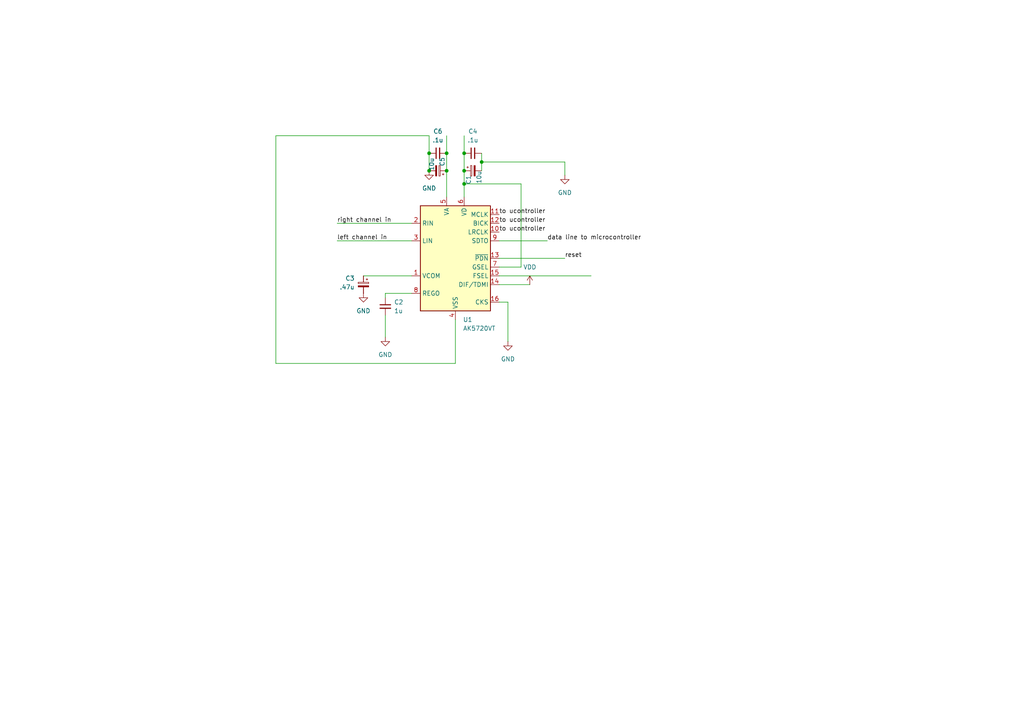
<source format=kicad_sch>
(kicad_sch (version 20231120) (generator "eeschema") (generator_version "8.0")
  (paper "A4")
  (lib_symbols
    (symbol "Audio:AK5720VT"
      (property "Reference" "U" (at -8.89 16.51 0))
      (property "Value" "AK5720VT" (at 8.89 16.51 0))
      (symbol "AK5720VT_0_1"
        (rectangle (start -10.16 15.24) (end 10.16 -15.24) (stroke (width 0.254)) (fill (type background)))
      )
      (symbol "AK5720VT_1_1"
        (pin passive line (at -12.7 -5.08 0) (length 2.54) (name "VCOM") (number "1"))
        (pin bidirectional line (at 12.7 7.62 180) (length 2.54) (name "LRCLK") (number "10"))
        (pin input line (at 12.7 12.7 180) (length 2.54) (name "MCLK") (number "11"))
        (pin bidirectional line (at 12.7 10.16 180) (length 2.54) (name "BICK") (number "12"))
        (pin input line (at 12.7 0 180) (length 2.54) (name "~{PDN}") (number "13"))
        (pin input line (at 12.7 -7.62 180) (length 2.54) (name "DIF/TDMI") (number "14"))
        (pin input line (at 12.7 -5.08 180) (length 2.54) (name "FSEL") (number "15"))
        (pin input line (at 12.7 -12.7 180) (length 2.54) (name "CKS") (number "16"))
        (pin input line (at -12.7 10.16 0) (length 2.54) (name "RIN") (number "2"))
        (pin input line (at -12.7 5.08 0) (length 2.54) (name "LIN") (number "3"))
        (pin power_in line (at 0 -17.78 90) (length 2.54) (name "VSS") (number "4"))
        (pin power_in line (at -2.54 17.78 270) (length 2.54) (name "VA") (number "5"))
        (pin power_in line (at 2.54 17.78 270) (length 2.54) (name "VD") (number "6"))
        (pin input line (at 12.7 -2.54 180) (length 2.54) (name "GSEL") (number "7"))
        (pin passive line (at -12.7 -10.16 0) (length 2.54) (name "REGO") (number "8"))
        (pin output line (at 12.7 5.08 180) (length 2.54) (name "SDTO") (number "9"))
      )
    )
    (symbol "Device:C_Polarized_Small" (pin_numbers hide) (pin_names (offset 0.254) hide)
      (property "Reference" "C" (at 0.254 1.778 0))
      (property "Value" "C_Polarized_Small" (at 0.254 -2.032 0))
      (symbol "C_Polarized_Small_0_1"
        (rectangle (start -1.524 -0.3048) (end 1.524 -0.6858) (fill (type outline)))
        (rectangle (start -1.524 0.6858) (end 1.524 0.3048))
        (polyline (pts (xy -1.27 1.524) (xy -0.762 1.524)))
        (polyline (pts (xy -1.016 1.27) (xy -1.016 1.778)))
      )
      (symbol "C_Polarized_Small_1_1"
        (pin passive line (at 0 2.54 270) (length 1.8542) (name "~") (number "1"))
        (pin passive line (at 0 -2.54 90) (length 1.8542) (name "~") (number "2"))
      )
    )
    (symbol "Device:C_Small" (pin_numbers hide) (pin_names (offset 0.254) hide)
      (property "Reference" "C" (at 0.254 1.778 0))
      (property "Value" "C_Small" (at 0.254 -2.032 0))
      (symbol "C_Small_0_1"
        (polyline (pts (xy -1.524 -0.508) (xy 1.524 -0.508)) (stroke (width 0.3302)))
        (polyline (pts (xy -1.524 0.508) (xy 1.524 0.508)) (stroke (width 0.3048)))
      )
      (symbol "C_Small_1_1"
        (pin passive line (at 0 2.54 270) (length 2.032) (name "~") (number "1"))
        (pin passive line (at 0 -2.54 90) (length 2.032) (name "~") (number "2"))
      )
    )
    (symbol "power:GND" (power) (pin_numbers hide) (pin_names (offset 0) hide)
      (property "Value" "GND" (at 0 -3.81 0))
      (symbol "GND_0_1"
        (polyline (pts (xy 0 0) (xy 0 -1.27) (xy 1.27 -1.27) (xy 0 -2.54) (xy -1.27 -1.27) (xy 0 -1.27)))
      )
      (symbol "GND_1_1"
        (pin power_in line (at 0 0 270) (length 0) (name "~") (number "1"))
      )
    )
    (symbol "power:VDD" (power) (pin_numbers hide) (pin_names (offset 0) hide)
      (property "Value" "VDD" (at 0 3.556 0))
      (symbol "VDD_0_1"
        (polyline (pts (xy -0.762 1.27) (xy 0 2.54)))
        (polyline (pts (xy 0 0) (xy 0 2.54)))
        (polyline (pts (xy 0 2.54) (xy 0.762 1.27)))
      )
      (symbol "VDD_1_1"
        (pin power_in line (at 0 0 90) (length 0) (name "~") (number "1"))
      )
    )
  )
  (junction (at 134.62 53.34))
  (junction (at 124.46 49.53))
  (junction (at 129.54 49.53))
  (junction (at 139.7 46.99))
  (junction (at 134.62 44.45))
  (junction (at 124.46 44.45))
  (junction (at 129.54 44.45))
  (junction (at 134.62 49.53))
  (wire (pts (xy 134.62 53.34) (xy 134.62 57.15)))
  (wire (pts (xy 80.01 39.37) (xy 124.46 39.37)))
  (wire (pts (xy 139.7 46.99) (xy 163.83 46.99)))
  (wire (pts (xy 163.83 46.99) (xy 163.83 50.8)))
  (wire (pts (xy 144.78 74.93) (xy 163.83 74.93)))
  (wire (pts (xy 119.38 85.09) (xy 111.76 85.09)))
  (wire (pts (xy 105.41 80.01) (xy 119.38 80.01)))
  (wire (pts (xy 147.32 99.06) (xy 147.32 87.63)))
  (wire (pts (xy 124.46 39.37) (xy 124.46 44.45)))
  (wire (pts (xy 80.01 105.41) (xy 80.01 39.37)))
  (wire (pts (xy 129.54 44.45) (xy 129.54 49.53)))
  (wire (pts (xy 134.62 53.34) (xy 151.13 53.34)))
  (wire (pts (xy 144.78 69.85) (xy 158.75 69.85)))
  (wire (pts (xy 134.62 44.45) (xy 134.62 49.53)))
  (wire (pts (xy 144.78 77.47) (xy 151.13 77.47)))
  (wire (pts (xy 111.76 91.44) (xy 111.76 97.79)))
  (wire (pts (xy 129.54 49.53) (xy 129.54 57.15)))
  (wire (pts (xy 147.32 87.63) (xy 144.78 87.63)))
  (wire (pts (xy 132.08 105.41) (xy 80.01 105.41)))
  (wire (pts (xy 97.79 69.85) (xy 119.38 69.85)))
  (wire (pts (xy 151.13 77.47) (xy 151.13 53.34)))
  (wire (pts (xy 132.08 92.71) (xy 132.08 105.41)))
  (wire (pts (xy 139.7 44.45) (xy 139.7 46.99)))
  (wire (pts (xy 97.79 64.77) (xy 119.38 64.77)))
  (wire (pts (xy 144.78 82.55) (xy 153.67 82.55)))
  (wire (pts (xy 139.7 46.99) (xy 139.7 49.53)))
  (wire (pts (xy 134.62 49.53) (xy 134.62 53.34)))
  (wire (pts (xy 144.78 80.01) (xy 171.45 80.01)))
  (wire (pts (xy 124.46 44.45) (xy 124.46 49.53)))
  (wire (pts (xy 111.76 85.09) (xy 111.76 86.36)))
  (wire (pts (xy 129.54 39.37) (xy 129.54 44.45)))
  (wire (pts (xy 134.62 39.37) (xy 134.62 44.45)))
  (label "to ucontroller" (at 144.78 67.31 0))
  (label "reset" (at 163.83 74.93 0))
  (label "right channel in" (at 97.79 64.77 0))
  (label "to ucontroller" (at 144.78 64.77 0))
  (label "to ucontroller" (at 144.78 62.23 0))
  (label "left channel in" (at 97.79 69.85 0))
  (label "data line to microcontroller" (at 158.75 69.85 0))
  (symbol (lib_id "power:VDD") (at 153.67 82.55 0) (unit 1)
    (property "Reference" "#PWR02" (effects (hide yes)))
    (property "Value" "VDD" (at 153.67 77.47 0))
    (property "Description" "Power symbol creates a global label with name \"VDD\"" (effects (hide yes)))
  )
  (symbol (lib_id "power:GND") (at 111.76 97.79 0) (unit 1)
    (property "Reference" "#PWR03" (effects (hide yes)))
    (property "Value" "GND" (at 111.76 102.87 0))
    (property "Description" "Power symbol creates a global label with name \"GND\" , ground" (effects (hide yes)))
  )
  (symbol (lib_id "Device:C_Small") (at 111.76 88.9 0) (unit 1)
    (property "Reference" "C2" (at 114.3 87.6362 0) (effects (justify left)))
    (property "Value" "1u" (at 114.3 90.1762 0) (effects (justify left)))
    (property "Description" "Unpolarized capacitor, small symbol" (effects (hide yes)))
  )
  (symbol (lib_id "power:GND") (at 124.46 49.53 0) (unit 1)
    (property "Reference" "#PWR06" (effects (hide yes)))
    (property "Value" "GND" (at 124.46 54.61 0))
    (property "Description" "Power symbol creates a global label with name \"GND\" , ground" (effects (hide yes)))
  )
  (symbol (lib_id "Device:C_Polarized_Small") (at 127 49.53 270) (mirror x) (unit 1)
    (property "Reference" "C5" (at 128.27 48.26 0) (effects (justify left)))
    (property "Value" "10u" (at 125.222 49.53 0) (effects (justify left)))
    (property "Description" "Polarized capacitor, small symbol" (effects (hide yes)))
  )
  (symbol (lib_id "Device:C_Small") (at 127 44.45 90) (unit 1)
    (property "Reference" "C6" (at 127.0063 38.1 90))
    (property "Value" ".1u" (at 127.0063 40.64 90))
    (property "Description" "Unpolarized capacitor, small symbol" (effects (hide yes)))
  )
  (symbol (lib_id "Device:C_Polarized_Small") (at 105.41 82.55 0) (mirror y) (unit 1)
    (property "Reference" "C3" (at 102.87 80.7338 0) (effects (justify left)))
    (property "Value" ".47u" (at 102.87 83.2738 0) (effects (justify left)))
    (property "Description" "Polarized capacitor, small symbol" (effects (hide yes)))
  )
  (symbol (lib_id "Device:C_Polarized_Small") (at 137.16 49.53 90) (mirror x) (unit 1)
    (property "Reference" "C1" (at 135.89 50.8 0) (effects (justify left)))
    (property "Value" "10u" (at 138.938 49.53 0) (effects (justify left)))
    (property "Description" "Polarized capacitor, small symbol" (effects (hide yes)))
  )
  (symbol (lib_id "power:GND") (at 147.32 99.06 0) (unit 1)
    (property "Reference" "#PWR01" (effects (hide yes)))
    (property "Value" "GND" (at 147.32 104.14 0))
    (property "Description" "Power symbol creates a global label with name \"GND\" , ground" (effects (hide yes)))
  )
  (symbol (lib_id "power:GND") (at 105.41 85.09 0) (unit 1)
    (property "Reference" "#PWR04" (effects (hide yes)))
    (property "Value" "GND" (at 105.41 90.17 0))
    (property "Description" "Power symbol creates a global label with name \"GND\" , ground" (effects (hide yes)))
  )
  (symbol (lib_id "Audio:AK5720VT") (at 132.08 74.93 0) (unit 1)
    (property "Reference" "U1" (at 134.2741 92.71 0) (effects (justify left)))
    (property "Value" "AK5720VT" (at 134.2741 95.25 0) (effects (justify left)))
    (property "Footprint" "Package_SO:TSSOP-16_4.4x5mm_P0.65mm" (effects (hide yes)))
    (property "Datasheet" "https://www.akm.com/akm/en/file/datasheet/AK5720VT.pdf" (effects (hide yes)))
    (property "Description" "Stereo, 96kHz, 24-Bit, Delta-Sigma ADC, TSSOP-16" (effects (hide yes)))
  )
  (symbol (lib_id "Device:C_Small") (at 137.16 44.45 90) (unit 1)
    (property "Reference" "C4" (at 137.1663 38.1 90))
    (property "Value" ".1u" (at 137.1663 40.64 90))
    (property "Description" "Unpolarized capacitor, small symbol" (effects (hide yes)))
  )
  (symbol (lib_id "power:GND") (at 163.83 50.8 0) (unit 1)
    (property "Reference" "#PWR05" (effects (hide yes)))
    (property "Value" "GND" (at 163.83 55.88 0))
    (property "Description" "Power symbol creates a global label with name \"GND\" , ground" (effects (hide yes)))
  )
)
</source>
